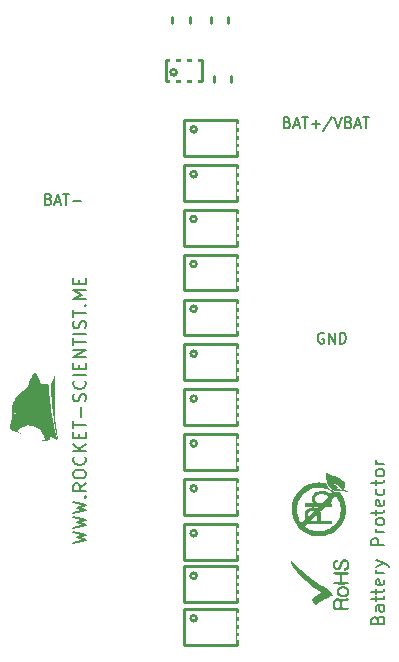
<source format=gto>
G04 (created by PCBNEW (2013-07-07 BZR 4022)-stable) date 12/4/2019 12:35:47*
%MOIN*%
G04 Gerber Fmt 3.4, Leading zero omitted, Abs format*
%FSLAX34Y34*%
G01*
G70*
G90*
G04 APERTURE LIST*
%ADD10C,0.00590551*%
%ADD11C,0.00787402*%
%ADD12C,0.00984252*%
%ADD13C,0.0001*%
%ADD14R,0.0238583X0.0435433*%
%ADD15R,0.070315X0.0403937*%
%ADD16R,0.0396063X0.0396063*%
%ADD17R,0.0494488X0.013622*%
G04 APERTURE END LIST*
G54D10*
G54D11*
X14023Y-20864D02*
X14043Y-20802D01*
X14064Y-20781D01*
X14105Y-20761D01*
X14167Y-20761D01*
X14208Y-20781D01*
X14229Y-20802D01*
X14250Y-20843D01*
X14250Y-21008D01*
X13817Y-21008D01*
X13817Y-20864D01*
X13837Y-20823D01*
X13858Y-20802D01*
X13899Y-20781D01*
X13940Y-20781D01*
X13982Y-20802D01*
X14002Y-20823D01*
X14023Y-20864D01*
X14023Y-21008D01*
X14250Y-20389D02*
X14023Y-20389D01*
X13982Y-20410D01*
X13961Y-20451D01*
X13961Y-20534D01*
X13982Y-20575D01*
X14229Y-20389D02*
X14250Y-20431D01*
X14250Y-20534D01*
X14229Y-20575D01*
X14188Y-20596D01*
X14146Y-20596D01*
X14105Y-20575D01*
X14085Y-20534D01*
X14085Y-20431D01*
X14064Y-20389D01*
X13961Y-20245D02*
X13961Y-20080D01*
X13817Y-20183D02*
X14188Y-20183D01*
X14229Y-20163D01*
X14250Y-20121D01*
X14250Y-20080D01*
X13961Y-19998D02*
X13961Y-19833D01*
X13817Y-19936D02*
X14188Y-19936D01*
X14229Y-19915D01*
X14250Y-19874D01*
X14250Y-19833D01*
X14229Y-19523D02*
X14250Y-19565D01*
X14250Y-19647D01*
X14229Y-19688D01*
X14188Y-19709D01*
X14023Y-19709D01*
X13982Y-19688D01*
X13961Y-19647D01*
X13961Y-19565D01*
X13982Y-19523D01*
X14023Y-19503D01*
X14064Y-19503D01*
X14105Y-19709D01*
X14250Y-19317D02*
X13961Y-19317D01*
X14043Y-19317D02*
X14002Y-19296D01*
X13982Y-19276D01*
X13961Y-19235D01*
X13961Y-19193D01*
X13961Y-19090D02*
X14250Y-18987D01*
X13961Y-18884D02*
X14250Y-18987D01*
X14353Y-19028D01*
X14373Y-19049D01*
X14394Y-19090D01*
X14250Y-18389D02*
X13817Y-18389D01*
X13817Y-18224D01*
X13837Y-18183D01*
X13858Y-18162D01*
X13899Y-18142D01*
X13961Y-18142D01*
X14002Y-18162D01*
X14023Y-18183D01*
X14043Y-18224D01*
X14043Y-18389D01*
X14250Y-17956D02*
X13961Y-17956D01*
X14043Y-17956D02*
X14002Y-17935D01*
X13982Y-17915D01*
X13961Y-17874D01*
X13961Y-17832D01*
X14250Y-17626D02*
X14229Y-17667D01*
X14208Y-17688D01*
X14167Y-17709D01*
X14043Y-17709D01*
X14002Y-17688D01*
X13982Y-17667D01*
X13961Y-17626D01*
X13961Y-17564D01*
X13982Y-17523D01*
X14002Y-17502D01*
X14043Y-17482D01*
X14167Y-17482D01*
X14208Y-17502D01*
X14229Y-17523D01*
X14250Y-17564D01*
X14250Y-17626D01*
X13961Y-17358D02*
X13961Y-17193D01*
X13817Y-17296D02*
X14188Y-17296D01*
X14229Y-17275D01*
X14250Y-17234D01*
X14250Y-17193D01*
X14229Y-16884D02*
X14250Y-16925D01*
X14250Y-17007D01*
X14229Y-17049D01*
X14188Y-17069D01*
X14023Y-17069D01*
X13982Y-17049D01*
X13961Y-17007D01*
X13961Y-16925D01*
X13982Y-16884D01*
X14023Y-16863D01*
X14064Y-16863D01*
X14105Y-17069D01*
X14229Y-16492D02*
X14250Y-16533D01*
X14250Y-16616D01*
X14229Y-16657D01*
X14208Y-16677D01*
X14167Y-16698D01*
X14043Y-16698D01*
X14002Y-16677D01*
X13982Y-16657D01*
X13961Y-16616D01*
X13961Y-16533D01*
X13982Y-16492D01*
X13961Y-16368D02*
X13961Y-16203D01*
X13817Y-16306D02*
X14188Y-16306D01*
X14229Y-16286D01*
X14250Y-16244D01*
X14250Y-16203D01*
X14250Y-15997D02*
X14229Y-16038D01*
X14208Y-16059D01*
X14167Y-16079D01*
X14043Y-16079D01*
X14002Y-16059D01*
X13982Y-16038D01*
X13961Y-15997D01*
X13961Y-15935D01*
X13982Y-15894D01*
X14002Y-15873D01*
X14043Y-15853D01*
X14167Y-15853D01*
X14208Y-15873D01*
X14229Y-15894D01*
X14250Y-15935D01*
X14250Y-15997D01*
X14250Y-15667D02*
X13961Y-15667D01*
X14043Y-15667D02*
X14002Y-15646D01*
X13982Y-15626D01*
X13961Y-15584D01*
X13961Y-15543D01*
X3062Y-6847D02*
X3113Y-6864D01*
X3129Y-6881D01*
X3146Y-6915D01*
X3146Y-6965D01*
X3129Y-6999D01*
X3113Y-7016D01*
X3079Y-7033D01*
X2944Y-7033D01*
X2944Y-6678D01*
X3062Y-6678D01*
X3096Y-6695D01*
X3113Y-6712D01*
X3129Y-6746D01*
X3129Y-6780D01*
X3113Y-6813D01*
X3096Y-6830D01*
X3062Y-6847D01*
X2944Y-6847D01*
X3281Y-6931D02*
X3450Y-6931D01*
X3248Y-7033D02*
X3366Y-6678D01*
X3484Y-7033D01*
X3551Y-6678D02*
X3754Y-6678D01*
X3652Y-7033D02*
X3652Y-6678D01*
X3872Y-6898D02*
X4142Y-6898D01*
X11020Y-4288D02*
X11071Y-4305D01*
X11088Y-4322D01*
X11105Y-4356D01*
X11105Y-4406D01*
X11088Y-4440D01*
X11071Y-4457D01*
X11037Y-4474D01*
X10902Y-4474D01*
X10902Y-4119D01*
X11020Y-4119D01*
X11054Y-4136D01*
X11071Y-4153D01*
X11088Y-4187D01*
X11088Y-4221D01*
X11071Y-4254D01*
X11054Y-4271D01*
X11020Y-4288D01*
X10902Y-4288D01*
X11240Y-4372D02*
X11408Y-4372D01*
X11206Y-4474D02*
X11324Y-4119D01*
X11442Y-4474D01*
X11510Y-4119D02*
X11712Y-4119D01*
X11611Y-4474D02*
X11611Y-4119D01*
X11830Y-4339D02*
X12100Y-4339D01*
X11965Y-4474D02*
X11965Y-4204D01*
X12522Y-4102D02*
X12218Y-4558D01*
X12589Y-4119D02*
X12708Y-4474D01*
X12826Y-4119D01*
X13062Y-4288D02*
X13113Y-4305D01*
X13129Y-4322D01*
X13146Y-4356D01*
X13146Y-4406D01*
X13129Y-4440D01*
X13113Y-4457D01*
X13079Y-4474D01*
X12944Y-4474D01*
X12944Y-4119D01*
X13062Y-4119D01*
X13096Y-4136D01*
X13113Y-4153D01*
X13129Y-4187D01*
X13129Y-4221D01*
X13113Y-4254D01*
X13096Y-4271D01*
X13062Y-4288D01*
X12944Y-4288D01*
X13281Y-4372D02*
X13450Y-4372D01*
X13248Y-4474D02*
X13366Y-4119D01*
X13484Y-4474D01*
X13551Y-4119D02*
X13754Y-4119D01*
X13652Y-4474D02*
X13652Y-4119D01*
X3876Y-18301D02*
X4309Y-18198D01*
X3999Y-18115D01*
X4309Y-18033D01*
X3876Y-17930D01*
X3876Y-17806D02*
X4309Y-17703D01*
X3999Y-17620D01*
X4309Y-17538D01*
X3876Y-17435D01*
X3876Y-17311D02*
X4309Y-17208D01*
X3999Y-17125D01*
X4309Y-17043D01*
X3876Y-16940D01*
X4267Y-16775D02*
X4288Y-16754D01*
X4309Y-16775D01*
X4288Y-16796D01*
X4267Y-16775D01*
X4309Y-16775D01*
X4309Y-16321D02*
X4102Y-16466D01*
X4309Y-16569D02*
X3876Y-16569D01*
X3876Y-16404D01*
X3896Y-16362D01*
X3917Y-16342D01*
X3958Y-16321D01*
X4020Y-16321D01*
X4061Y-16342D01*
X4082Y-16362D01*
X4102Y-16404D01*
X4102Y-16569D01*
X3876Y-16053D02*
X3876Y-15971D01*
X3896Y-15929D01*
X3937Y-15888D01*
X4020Y-15868D01*
X4164Y-15868D01*
X4247Y-15888D01*
X4288Y-15929D01*
X4309Y-15971D01*
X4309Y-16053D01*
X4288Y-16094D01*
X4247Y-16136D01*
X4164Y-16156D01*
X4020Y-16156D01*
X3937Y-16136D01*
X3896Y-16094D01*
X3876Y-16053D01*
X4267Y-15434D02*
X4288Y-15455D01*
X4309Y-15517D01*
X4309Y-15558D01*
X4288Y-15620D01*
X4247Y-15661D01*
X4206Y-15682D01*
X4123Y-15703D01*
X4061Y-15703D01*
X3979Y-15682D01*
X3937Y-15661D01*
X3896Y-15620D01*
X3876Y-15558D01*
X3876Y-15517D01*
X3896Y-15455D01*
X3917Y-15434D01*
X4309Y-15249D02*
X3876Y-15249D01*
X4309Y-15001D02*
X4061Y-15187D01*
X3876Y-15001D02*
X4123Y-15249D01*
X4082Y-14816D02*
X4082Y-14671D01*
X4309Y-14610D02*
X4309Y-14816D01*
X3876Y-14816D01*
X3876Y-14610D01*
X3876Y-14486D02*
X3876Y-14238D01*
X4309Y-14362D02*
X3876Y-14362D01*
X4144Y-14094D02*
X4144Y-13764D01*
X4288Y-13578D02*
X4309Y-13517D01*
X4309Y-13413D01*
X4288Y-13372D01*
X4267Y-13352D01*
X4226Y-13331D01*
X4185Y-13331D01*
X4144Y-13352D01*
X4123Y-13372D01*
X4102Y-13413D01*
X4082Y-13496D01*
X4061Y-13537D01*
X4041Y-13558D01*
X3999Y-13578D01*
X3958Y-13578D01*
X3917Y-13558D01*
X3896Y-13537D01*
X3876Y-13496D01*
X3876Y-13393D01*
X3896Y-13331D01*
X4267Y-12898D02*
X4288Y-12919D01*
X4309Y-12980D01*
X4309Y-13022D01*
X4288Y-13083D01*
X4247Y-13125D01*
X4206Y-13145D01*
X4123Y-13166D01*
X4061Y-13166D01*
X3979Y-13145D01*
X3937Y-13125D01*
X3896Y-13083D01*
X3876Y-13022D01*
X3876Y-12980D01*
X3896Y-12919D01*
X3917Y-12898D01*
X4309Y-12712D02*
X3876Y-12712D01*
X4082Y-12506D02*
X4082Y-12362D01*
X4309Y-12300D02*
X4309Y-12506D01*
X3876Y-12506D01*
X3876Y-12300D01*
X4309Y-12114D02*
X3876Y-12114D01*
X4309Y-11867D01*
X3876Y-11867D01*
X3876Y-11722D02*
X3876Y-11475D01*
X4309Y-11599D02*
X3876Y-11599D01*
X4309Y-11331D02*
X3876Y-11331D01*
X4288Y-11145D02*
X4309Y-11083D01*
X4309Y-10980D01*
X4288Y-10939D01*
X4267Y-10918D01*
X4226Y-10898D01*
X4185Y-10898D01*
X4144Y-10918D01*
X4123Y-10939D01*
X4102Y-10980D01*
X4082Y-11062D01*
X4061Y-11104D01*
X4041Y-11124D01*
X3999Y-11145D01*
X3958Y-11145D01*
X3917Y-11124D01*
X3896Y-11104D01*
X3876Y-11062D01*
X3876Y-10959D01*
X3896Y-10898D01*
X3876Y-10774D02*
X3876Y-10526D01*
X4309Y-10650D02*
X3876Y-10650D01*
X4267Y-10382D02*
X4288Y-10361D01*
X4309Y-10382D01*
X4288Y-10403D01*
X4267Y-10382D01*
X4309Y-10382D01*
X4309Y-10176D02*
X3876Y-10176D01*
X4185Y-10031D01*
X3876Y-9887D01*
X4309Y-9887D01*
X4082Y-9681D02*
X4082Y-9536D01*
X4309Y-9475D02*
X4309Y-9681D01*
X3876Y-9681D01*
X3876Y-9475D01*
X12230Y-11321D02*
X12196Y-11304D01*
X12145Y-11304D01*
X12095Y-11321D01*
X12061Y-11355D01*
X12044Y-11389D01*
X12027Y-11456D01*
X12027Y-11507D01*
X12044Y-11574D01*
X12061Y-11608D01*
X12095Y-11642D01*
X12145Y-11659D01*
X12179Y-11659D01*
X12230Y-11642D01*
X12246Y-11625D01*
X12246Y-11507D01*
X12179Y-11507D01*
X12398Y-11659D02*
X12398Y-11304D01*
X12601Y-11659D01*
X12601Y-11304D01*
X12769Y-11659D02*
X12769Y-11304D01*
X12854Y-11304D01*
X12904Y-11321D01*
X12938Y-11355D01*
X12955Y-11389D01*
X12972Y-11456D01*
X12972Y-11507D01*
X12955Y-11574D01*
X12938Y-11608D01*
X12904Y-11642D01*
X12854Y-11659D01*
X12769Y-11659D01*
G54D12*
X7322Y-2618D02*
G75*
G03X7322Y-2618I-98J0D01*
G74*
G01*
X8179Y-2214D02*
X8179Y-2903D01*
X8179Y-2903D02*
X6978Y-2903D01*
X6978Y-2903D02*
X6978Y-2214D01*
X6978Y-2214D02*
X8179Y-2214D01*
G54D13*
G36*
X12862Y-19751D02*
X12887Y-19752D01*
X12911Y-19753D01*
X12932Y-19755D01*
X12946Y-19758D01*
X12979Y-19770D01*
X13007Y-19785D01*
X13032Y-19804D01*
X13046Y-19820D01*
X12878Y-19820D01*
X12849Y-19822D01*
X12822Y-19828D01*
X12802Y-19836D01*
X12779Y-19849D01*
X12762Y-19864D01*
X12750Y-19882D01*
X12743Y-19901D01*
X12738Y-19925D01*
X12739Y-19947D01*
X12745Y-19968D01*
X12756Y-19987D01*
X12759Y-19990D01*
X12773Y-20004D01*
X12790Y-20014D01*
X12810Y-20022D01*
X12835Y-20028D01*
X12854Y-20031D01*
X12886Y-20032D01*
X12915Y-20029D01*
X12942Y-20021D01*
X12965Y-20010D01*
X12985Y-19994D01*
X12997Y-19979D01*
X13008Y-19958D01*
X13014Y-19936D01*
X13013Y-19914D01*
X13007Y-19891D01*
X13005Y-19885D01*
X12995Y-19869D01*
X12981Y-19853D01*
X12964Y-19840D01*
X12957Y-19836D01*
X12933Y-19827D01*
X12906Y-19821D01*
X12878Y-19820D01*
X13046Y-19820D01*
X13052Y-19826D01*
X13067Y-19851D01*
X13076Y-19873D01*
X13079Y-19891D01*
X13081Y-19910D01*
X13082Y-19930D01*
X13081Y-19946D01*
X13073Y-19981D01*
X13061Y-20011D01*
X13045Y-20038D01*
X13025Y-20059D01*
X13001Y-20077D01*
X12973Y-20090D01*
X12959Y-20094D01*
X12947Y-20097D01*
X12931Y-20098D01*
X12911Y-20100D01*
X12889Y-20100D01*
X12867Y-20100D01*
X12845Y-20100D01*
X12824Y-20099D01*
X12808Y-20097D01*
X12795Y-20095D01*
X12794Y-20094D01*
X12763Y-20083D01*
X12737Y-20068D01*
X12715Y-20050D01*
X12697Y-20027D01*
X12684Y-20001D01*
X12680Y-19989D01*
X12677Y-19974D01*
X12675Y-19954D01*
X12674Y-19933D01*
X12674Y-19912D01*
X12675Y-19892D01*
X12677Y-19883D01*
X12686Y-19852D01*
X12700Y-19826D01*
X12718Y-19803D01*
X12740Y-19784D01*
X12767Y-19769D01*
X12798Y-19758D01*
X12816Y-19755D01*
X12838Y-19753D01*
X12862Y-19751D01*
X12862Y-19751D01*
X12862Y-19751D01*
G37*
G36*
X12918Y-18844D02*
X12944Y-18845D01*
X12963Y-18848D01*
X12991Y-18857D01*
X13016Y-18870D01*
X13037Y-18888D01*
X13055Y-18911D01*
X13068Y-18937D01*
X13078Y-18967D01*
X13079Y-18971D01*
X13081Y-18984D01*
X13082Y-19001D01*
X13083Y-19021D01*
X13083Y-19040D01*
X13082Y-19058D01*
X13081Y-19072D01*
X13081Y-19072D01*
X13074Y-19104D01*
X13063Y-19133D01*
X13047Y-19159D01*
X13027Y-19181D01*
X13004Y-19200D01*
X12977Y-19213D01*
X12958Y-19220D01*
X12937Y-19224D01*
X12919Y-19224D01*
X12906Y-19220D01*
X12897Y-19212D01*
X12892Y-19201D01*
X12891Y-19193D01*
X12894Y-19179D01*
X12902Y-19167D01*
X12916Y-19156D01*
X12936Y-19146D01*
X12939Y-19144D01*
X12962Y-19133D01*
X12979Y-19120D01*
X12993Y-19103D01*
X12998Y-19094D01*
X13005Y-19073D01*
X13010Y-19051D01*
X13012Y-19028D01*
X13011Y-19004D01*
X13007Y-18982D01*
X13000Y-18963D01*
X12991Y-18946D01*
X12984Y-18938D01*
X12972Y-18929D01*
X12959Y-18923D01*
X12943Y-18919D01*
X12938Y-18919D01*
X12922Y-18918D01*
X12909Y-18918D01*
X12897Y-18922D01*
X12887Y-18928D01*
X12877Y-18937D01*
X12868Y-18951D01*
X12860Y-18968D01*
X12851Y-18990D01*
X12841Y-19017D01*
X12834Y-19041D01*
X12824Y-19072D01*
X12816Y-19097D01*
X12808Y-19118D01*
X12801Y-19136D01*
X12794Y-19150D01*
X12787Y-19161D01*
X12779Y-19171D01*
X12770Y-19179D01*
X12760Y-19187D01*
X12757Y-19189D01*
X12736Y-19201D01*
X12711Y-19208D01*
X12685Y-19212D01*
X12658Y-19212D01*
X12639Y-19208D01*
X12614Y-19199D01*
X12592Y-19184D01*
X12572Y-19166D01*
X12556Y-19143D01*
X12544Y-19117D01*
X12534Y-19088D01*
X12530Y-19057D01*
X12529Y-19024D01*
X12533Y-18991D01*
X12539Y-18963D01*
X12549Y-18938D01*
X12564Y-18916D01*
X12578Y-18899D01*
X12595Y-18885D01*
X12612Y-18874D01*
X12631Y-18865D01*
X12650Y-18859D01*
X12667Y-18856D01*
X12683Y-18857D01*
X12696Y-18861D01*
X12701Y-18866D01*
X12707Y-18875D01*
X12709Y-18887D01*
X12707Y-18900D01*
X12702Y-18911D01*
X12694Y-18921D01*
X12682Y-18929D01*
X12670Y-18932D01*
X12669Y-18932D01*
X12655Y-18935D01*
X12641Y-18943D01*
X12629Y-18955D01*
X12619Y-18971D01*
X12610Y-18990D01*
X12604Y-19010D01*
X12601Y-19032D01*
X12601Y-19053D01*
X12602Y-19064D01*
X12607Y-19086D01*
X12616Y-19104D01*
X12629Y-19119D01*
X12630Y-19121D01*
X12646Y-19132D01*
X12663Y-19137D01*
X12681Y-19137D01*
X12699Y-19131D01*
X12704Y-19128D01*
X12716Y-19120D01*
X12726Y-19110D01*
X12734Y-19097D01*
X12742Y-19081D01*
X12749Y-19060D01*
X12753Y-19047D01*
X12764Y-19006D01*
X12776Y-18971D01*
X12787Y-18941D01*
X12799Y-18916D01*
X12810Y-18896D01*
X12823Y-18880D01*
X12836Y-18867D01*
X12850Y-18858D01*
X12870Y-18851D01*
X12893Y-18846D01*
X12918Y-18844D01*
X12918Y-18844D01*
X12918Y-18844D01*
G37*
G36*
X12694Y-20145D02*
X12722Y-20147D01*
X12747Y-20153D01*
X12770Y-20164D01*
X12790Y-20180D01*
X12795Y-20185D01*
X12812Y-20202D01*
X12830Y-20189D01*
X12839Y-20181D01*
X12848Y-20176D01*
X12855Y-20172D01*
X12855Y-20172D01*
X12860Y-20171D01*
X12871Y-20169D01*
X12885Y-20168D01*
X12902Y-20165D01*
X12922Y-20163D01*
X12942Y-20161D01*
X12963Y-20158D01*
X12983Y-20156D01*
X13002Y-20154D01*
X13017Y-20153D01*
X13030Y-20152D01*
X13037Y-20152D01*
X13037Y-20152D01*
X13053Y-20154D01*
X13065Y-20160D01*
X13072Y-20169D01*
X13074Y-20181D01*
X13072Y-20194D01*
X13067Y-20203D01*
X13061Y-20211D01*
X13051Y-20217D01*
X13038Y-20222D01*
X13034Y-20223D01*
X12706Y-20223D01*
X12696Y-20223D01*
X12689Y-20223D01*
X12669Y-20226D01*
X12653Y-20231D01*
X12640Y-20240D01*
X12632Y-20247D01*
X12627Y-20255D01*
X12622Y-20263D01*
X12619Y-20273D01*
X12616Y-20287D01*
X12614Y-20306D01*
X12614Y-20307D01*
X12613Y-20318D01*
X12612Y-20332D01*
X12612Y-20349D01*
X12612Y-20367D01*
X12612Y-20386D01*
X12612Y-20404D01*
X12612Y-20420D01*
X12613Y-20434D01*
X12614Y-20443D01*
X12615Y-20447D01*
X12617Y-20450D01*
X12621Y-20452D01*
X12627Y-20454D01*
X12637Y-20455D01*
X12650Y-20456D01*
X12669Y-20457D01*
X12670Y-20457D01*
X12685Y-20458D01*
X12702Y-20458D01*
X12719Y-20457D01*
X12736Y-20456D01*
X12751Y-20455D01*
X12764Y-20453D01*
X12772Y-20452D01*
X12774Y-20451D01*
X12775Y-20447D01*
X12776Y-20439D01*
X12776Y-20427D01*
X12776Y-20411D01*
X12775Y-20393D01*
X12775Y-20375D01*
X12774Y-20356D01*
X12773Y-20337D01*
X12772Y-20320D01*
X12771Y-20306D01*
X12770Y-20299D01*
X12766Y-20276D01*
X12759Y-20258D01*
X12759Y-20258D01*
X12754Y-20249D01*
X12749Y-20242D01*
X12741Y-20237D01*
X12732Y-20232D01*
X12722Y-20227D01*
X12714Y-20224D01*
X12706Y-20223D01*
X13034Y-20223D01*
X13021Y-20226D01*
X12998Y-20230D01*
X12995Y-20230D01*
X12977Y-20232D01*
X12957Y-20235D01*
X12937Y-20238D01*
X12928Y-20239D01*
X12907Y-20242D01*
X12891Y-20247D01*
X12880Y-20251D01*
X12870Y-20257D01*
X12862Y-20264D01*
X12856Y-20273D01*
X12852Y-20284D01*
X12849Y-20300D01*
X12847Y-20320D01*
X12847Y-20326D01*
X12846Y-20343D01*
X12845Y-20361D01*
X12845Y-20380D01*
X12845Y-20399D01*
X12846Y-20416D01*
X12846Y-20430D01*
X12848Y-20440D01*
X12849Y-20445D01*
X12850Y-20448D01*
X12853Y-20451D01*
X12856Y-20453D01*
X12862Y-20454D01*
X12870Y-20455D01*
X12882Y-20456D01*
X12897Y-20457D01*
X12916Y-20458D01*
X12941Y-20458D01*
X12960Y-20459D01*
X12987Y-20459D01*
X13009Y-20459D01*
X13027Y-20460D01*
X13040Y-20461D01*
X13050Y-20462D01*
X13057Y-20463D01*
X13062Y-20466D01*
X13065Y-20468D01*
X13068Y-20472D01*
X13070Y-20476D01*
X13070Y-20478D01*
X13074Y-20489D01*
X13073Y-20499D01*
X13070Y-20507D01*
X13069Y-20510D01*
X13068Y-20513D01*
X13067Y-20515D01*
X13065Y-20518D01*
X13062Y-20519D01*
X13058Y-20521D01*
X13052Y-20522D01*
X13044Y-20523D01*
X13034Y-20524D01*
X13021Y-20524D01*
X13004Y-20524D01*
X12985Y-20525D01*
X12961Y-20525D01*
X12933Y-20525D01*
X12900Y-20525D01*
X12862Y-20525D01*
X12819Y-20525D01*
X12803Y-20525D01*
X12759Y-20524D01*
X12720Y-20524D01*
X12686Y-20524D01*
X12657Y-20524D01*
X12632Y-20524D01*
X12612Y-20524D01*
X12595Y-20524D01*
X12581Y-20523D01*
X12571Y-20523D01*
X12562Y-20522D01*
X12556Y-20522D01*
X12552Y-20521D01*
X12550Y-20521D01*
X12548Y-20520D01*
X12547Y-20519D01*
X12547Y-20519D01*
X12546Y-20516D01*
X12545Y-20511D01*
X12544Y-20502D01*
X12544Y-20490D01*
X12543Y-20474D01*
X12543Y-20454D01*
X12543Y-20428D01*
X12543Y-20407D01*
X12543Y-20372D01*
X12543Y-20343D01*
X12544Y-20318D01*
X12545Y-20298D01*
X12546Y-20280D01*
X12547Y-20266D01*
X12549Y-20255D01*
X12551Y-20244D01*
X12554Y-20236D01*
X12557Y-20227D01*
X12559Y-20223D01*
X12574Y-20200D01*
X12593Y-20180D01*
X12616Y-20164D01*
X12642Y-20153D01*
X12670Y-20146D01*
X12694Y-20145D01*
X12694Y-20145D01*
X12694Y-20145D01*
G37*
G36*
X12851Y-19284D02*
X12890Y-19284D01*
X12925Y-19284D01*
X12954Y-19285D01*
X12979Y-19285D01*
X13000Y-19286D01*
X13018Y-19288D01*
X13032Y-19289D01*
X13044Y-19291D01*
X13052Y-19293D01*
X13059Y-19296D01*
X13064Y-19299D01*
X13068Y-19303D01*
X13071Y-19307D01*
X13071Y-19308D01*
X13073Y-19318D01*
X13071Y-19330D01*
X13067Y-19341D01*
X13062Y-19347D01*
X13058Y-19350D01*
X13054Y-19353D01*
X13048Y-19355D01*
X13039Y-19357D01*
X13028Y-19358D01*
X13014Y-19359D01*
X12995Y-19360D01*
X12972Y-19361D01*
X12944Y-19361D01*
X12929Y-19362D01*
X12836Y-19364D01*
X12834Y-19376D01*
X12834Y-19382D01*
X12833Y-19393D01*
X12833Y-19408D01*
X12833Y-19427D01*
X12832Y-19449D01*
X12832Y-19473D01*
X12832Y-19499D01*
X12832Y-19502D01*
X12831Y-19617D01*
X12933Y-19618D01*
X12963Y-19618D01*
X12987Y-19619D01*
X13008Y-19619D01*
X13023Y-19620D01*
X13036Y-19621D01*
X13046Y-19623D01*
X13053Y-19625D01*
X13059Y-19627D01*
X13063Y-19630D01*
X13067Y-19634D01*
X13073Y-19643D01*
X13074Y-19654D01*
X13071Y-19667D01*
X13069Y-19673D01*
X13062Y-19680D01*
X13055Y-19685D01*
X13055Y-19686D01*
X13050Y-19687D01*
X13040Y-19687D01*
X13026Y-19688D01*
X13007Y-19688D01*
X12984Y-19689D01*
X12958Y-19689D01*
X12930Y-19689D01*
X12900Y-19690D01*
X12867Y-19690D01*
X12834Y-19690D01*
X12801Y-19690D01*
X12767Y-19690D01*
X12734Y-19690D01*
X12702Y-19689D01*
X12671Y-19689D01*
X12643Y-19689D01*
X12617Y-19688D01*
X12595Y-19688D01*
X12576Y-19687D01*
X12562Y-19687D01*
X12552Y-19686D01*
X12548Y-19685D01*
X12548Y-19685D01*
X12545Y-19680D01*
X12544Y-19671D01*
X12543Y-19660D01*
X12543Y-19648D01*
X12543Y-19636D01*
X12545Y-19628D01*
X12547Y-19624D01*
X12551Y-19623D01*
X12560Y-19621D01*
X12575Y-19620D01*
X12594Y-19619D01*
X12618Y-19618D01*
X12646Y-19617D01*
X12646Y-19617D01*
X12670Y-19616D01*
X12692Y-19616D01*
X12711Y-19615D01*
X12728Y-19614D01*
X12740Y-19613D01*
X12748Y-19613D01*
X12750Y-19612D01*
X12754Y-19611D01*
X12756Y-19609D01*
X12758Y-19603D01*
X12759Y-19594D01*
X12760Y-19588D01*
X12760Y-19575D01*
X12761Y-19559D01*
X12761Y-19539D01*
X12761Y-19517D01*
X12761Y-19495D01*
X12761Y-19472D01*
X12760Y-19449D01*
X12759Y-19428D01*
X12759Y-19408D01*
X12758Y-19392D01*
X12757Y-19379D01*
X12755Y-19370D01*
X12754Y-19367D01*
X12750Y-19365D01*
X12741Y-19364D01*
X12726Y-19363D01*
X12708Y-19361D01*
X12686Y-19360D01*
X12660Y-19359D01*
X12637Y-19358D01*
X12612Y-19357D01*
X12591Y-19355D01*
X12576Y-19354D01*
X12564Y-19352D01*
X12555Y-19350D01*
X12549Y-19347D01*
X12545Y-19343D01*
X12543Y-19338D01*
X12543Y-19338D01*
X12540Y-19323D01*
X12542Y-19310D01*
X12549Y-19300D01*
X12560Y-19293D01*
X12566Y-19291D01*
X12575Y-19290D01*
X12587Y-19288D01*
X12603Y-19287D01*
X12622Y-19286D01*
X12645Y-19285D01*
X12673Y-19284D01*
X12705Y-19284D01*
X12743Y-19284D01*
X12785Y-19284D01*
X12806Y-19284D01*
X12851Y-19284D01*
X12851Y-19284D01*
X12851Y-19284D01*
G37*
G36*
X11158Y-18908D02*
X11166Y-18910D01*
X11173Y-18913D01*
X11176Y-18916D01*
X11183Y-18923D01*
X11194Y-18933D01*
X11208Y-18946D01*
X11224Y-18962D01*
X11243Y-18981D01*
X11263Y-19001D01*
X11285Y-19023D01*
X11309Y-19046D01*
X11316Y-19053D01*
X11364Y-19100D01*
X11408Y-19143D01*
X11449Y-19183D01*
X11488Y-19219D01*
X11526Y-19254D01*
X11562Y-19287D01*
X11598Y-19318D01*
X11634Y-19349D01*
X11671Y-19379D01*
X11709Y-19410D01*
X11713Y-19414D01*
X11796Y-19478D01*
X11877Y-19538D01*
X11957Y-19593D01*
X12036Y-19645D01*
X12116Y-19694D01*
X12198Y-19739D01*
X12281Y-19783D01*
X12310Y-19797D01*
X12374Y-19828D01*
X12422Y-19890D01*
X12446Y-19921D01*
X12467Y-19947D01*
X12485Y-19970D01*
X12499Y-19989D01*
X12510Y-20004D01*
X12519Y-20016D01*
X12525Y-20025D01*
X12528Y-20031D01*
X12528Y-20031D01*
X12532Y-20041D01*
X12534Y-20050D01*
X12533Y-20056D01*
X12532Y-20058D01*
X12529Y-20060D01*
X12521Y-20063D01*
X12509Y-20068D01*
X12495Y-20073D01*
X12482Y-20078D01*
X12422Y-20104D01*
X12364Y-20130D01*
X12308Y-20157D01*
X12254Y-20184D01*
X12204Y-20211D01*
X12157Y-20237D01*
X12116Y-20264D01*
X12079Y-20289D01*
X12072Y-20294D01*
X12048Y-20314D01*
X12022Y-20338D01*
X11996Y-20365D01*
X11984Y-20377D01*
X11974Y-20388D01*
X11942Y-20353D01*
X11919Y-20326D01*
X11899Y-20302D01*
X11883Y-20281D01*
X11871Y-20262D01*
X11863Y-20245D01*
X11857Y-20228D01*
X11853Y-20213D01*
X11853Y-20204D01*
X11852Y-20192D01*
X11853Y-20183D01*
X11855Y-20174D01*
X11859Y-20164D01*
X11860Y-20162D01*
X11869Y-20148D01*
X11880Y-20133D01*
X11895Y-20118D01*
X11914Y-20102D01*
X11937Y-20086D01*
X11965Y-20068D01*
X11997Y-20049D01*
X12022Y-20035D01*
X12053Y-20018D01*
X12079Y-20003D01*
X12101Y-19991D01*
X12118Y-19981D01*
X12129Y-19973D01*
X12136Y-19969D01*
X12140Y-19964D01*
X12140Y-19961D01*
X12139Y-19958D01*
X12133Y-19953D01*
X12123Y-19945D01*
X12109Y-19934D01*
X12092Y-19920D01*
X12072Y-19905D01*
X12049Y-19888D01*
X12025Y-19871D01*
X11919Y-19793D01*
X11819Y-19716D01*
X11724Y-19639D01*
X11636Y-19562D01*
X11552Y-19486D01*
X11475Y-19410D01*
X11402Y-19333D01*
X11335Y-19257D01*
X11273Y-19180D01*
X11217Y-19103D01*
X11191Y-19065D01*
X11172Y-19037D01*
X11157Y-19012D01*
X11145Y-18992D01*
X11135Y-18975D01*
X11129Y-18961D01*
X11125Y-18950D01*
X11123Y-18941D01*
X11124Y-18934D01*
X11128Y-18927D01*
X11136Y-18919D01*
X11145Y-18913D01*
X11154Y-18909D01*
X11158Y-18908D01*
X11158Y-18908D01*
X11158Y-18908D01*
G37*
G36*
X12333Y-15962D02*
X12340Y-15965D01*
X12350Y-15970D01*
X12363Y-15978D01*
X12380Y-15989D01*
X12389Y-15996D01*
X12398Y-16001D01*
X12407Y-16007D01*
X12416Y-16011D01*
X12426Y-16016D01*
X12438Y-16021D01*
X12452Y-16026D01*
X12470Y-16033D01*
X12490Y-16039D01*
X12515Y-16048D01*
X12544Y-16057D01*
X12550Y-16059D01*
X12582Y-16069D01*
X12609Y-16078D01*
X12632Y-16087D01*
X12654Y-16095D01*
X12675Y-16104D01*
X12696Y-16113D01*
X12717Y-16123D01*
X12732Y-16130D01*
X12777Y-16153D01*
X12816Y-16178D01*
X12851Y-16202D01*
X12881Y-16227D01*
X12906Y-16253D01*
X12926Y-16278D01*
X12940Y-16304D01*
X12949Y-16330D01*
X12950Y-16333D01*
X12952Y-16351D01*
X12952Y-16369D01*
X12949Y-16388D01*
X12943Y-16409D01*
X12934Y-16433D01*
X12922Y-16460D01*
X12918Y-16468D01*
X12912Y-16482D01*
X12906Y-16494D01*
X12902Y-16504D01*
X12899Y-16511D01*
X12899Y-16513D01*
X12901Y-16517D01*
X12906Y-16522D01*
X12907Y-16522D01*
X12914Y-16527D01*
X12926Y-16533D01*
X12940Y-16540D01*
X12956Y-16548D01*
X12973Y-16556D01*
X12989Y-16563D01*
X13003Y-16569D01*
X13009Y-16571D01*
X13026Y-16579D01*
X13038Y-16586D01*
X13047Y-16592D01*
X13050Y-16598D01*
X13050Y-16598D01*
X13048Y-16602D01*
X13044Y-16608D01*
X13043Y-16608D01*
X13037Y-16613D01*
X13029Y-16615D01*
X13018Y-16614D01*
X13005Y-16611D01*
X12985Y-16603D01*
X12961Y-16592D01*
X12934Y-16576D01*
X12904Y-16558D01*
X12872Y-16536D01*
X12838Y-16511D01*
X12803Y-16484D01*
X12801Y-16483D01*
X12786Y-16470D01*
X12771Y-16458D01*
X12757Y-16446D01*
X12743Y-16434D01*
X12729Y-16421D01*
X12712Y-16406D01*
X12694Y-16389D01*
X12673Y-16369D01*
X12654Y-16352D01*
X12633Y-16332D01*
X12616Y-16316D01*
X12602Y-16303D01*
X12592Y-16294D01*
X12584Y-16287D01*
X12579Y-16282D01*
X12575Y-16280D01*
X12574Y-16280D01*
X12574Y-16280D01*
X12575Y-16283D01*
X12578Y-16290D01*
X12583Y-16300D01*
X12585Y-16304D01*
X12592Y-16318D01*
X12596Y-16329D01*
X12598Y-16337D01*
X12597Y-16343D01*
X12594Y-16349D01*
X12593Y-16350D01*
X12586Y-16356D01*
X12579Y-16357D01*
X12574Y-16358D01*
X12571Y-16360D01*
X12574Y-16363D01*
X12580Y-16366D01*
X12590Y-16368D01*
X12597Y-16369D01*
X12612Y-16370D01*
X12625Y-16374D01*
X12637Y-16381D01*
X12648Y-16391D01*
X12657Y-16402D01*
X12662Y-16410D01*
X12663Y-16416D01*
X12660Y-16420D01*
X12651Y-16423D01*
X12637Y-16425D01*
X12621Y-16426D01*
X12604Y-16427D01*
X12592Y-16428D01*
X12584Y-16429D01*
X12579Y-16430D01*
X12577Y-16432D01*
X12577Y-16434D01*
X12579Y-16439D01*
X12584Y-16443D01*
X12594Y-16446D01*
X12609Y-16448D01*
X12628Y-16450D01*
X12638Y-16450D01*
X12668Y-16453D01*
X12693Y-16455D01*
X12712Y-16459D01*
X12726Y-16463D01*
X12734Y-16468D01*
X12736Y-16474D01*
X12735Y-16478D01*
X12729Y-16481D01*
X12720Y-16484D01*
X12705Y-16486D01*
X12686Y-16489D01*
X12673Y-16492D01*
X12664Y-16496D01*
X12661Y-16499D01*
X12663Y-16503D01*
X12669Y-16507D01*
X12677Y-16510D01*
X12690Y-16513D01*
X12706Y-16516D01*
X12726Y-16518D01*
X12751Y-16520D01*
X12776Y-16522D01*
X12796Y-16525D01*
X12812Y-16528D01*
X12824Y-16534D01*
X12833Y-16540D01*
X12835Y-16541D01*
X12841Y-16550D01*
X12842Y-16559D01*
X12838Y-16568D01*
X12830Y-16575D01*
X12820Y-16579D01*
X12812Y-16580D01*
X12800Y-16581D01*
X12784Y-16582D01*
X12766Y-16582D01*
X12746Y-16581D01*
X12726Y-16581D01*
X12706Y-16579D01*
X12688Y-16578D01*
X12682Y-16577D01*
X12654Y-16574D01*
X12631Y-16569D01*
X12610Y-16564D01*
X12589Y-16558D01*
X12573Y-16551D01*
X12530Y-16530D01*
X12490Y-16504D01*
X12455Y-16475D01*
X12424Y-16442D01*
X12396Y-16405D01*
X12372Y-16364D01*
X12352Y-16319D01*
X12336Y-16269D01*
X12324Y-16216D01*
X12317Y-16176D01*
X12315Y-16151D01*
X12313Y-16126D01*
X12312Y-16100D01*
X12311Y-16073D01*
X12311Y-16048D01*
X12312Y-16025D01*
X12314Y-16004D01*
X12316Y-15987D01*
X12319Y-15974D01*
X12320Y-15972D01*
X12323Y-15966D01*
X12327Y-15963D01*
X12333Y-15962D01*
X12333Y-15962D01*
X12333Y-15962D01*
G37*
G36*
X12064Y-16289D02*
X12100Y-16289D01*
X12130Y-16290D01*
X12158Y-16291D01*
X12183Y-16293D01*
X12206Y-16296D01*
X12229Y-16299D01*
X12247Y-16303D01*
X12269Y-16307D01*
X12286Y-16311D01*
X12300Y-16316D01*
X12311Y-16321D01*
X12319Y-16328D01*
X12327Y-16337D01*
X12334Y-16349D01*
X12342Y-16364D01*
X12343Y-16367D01*
X12362Y-16401D01*
X12382Y-16430D01*
X12403Y-16457D01*
X12406Y-16461D01*
X12059Y-16461D01*
X12036Y-16461D01*
X12015Y-16462D01*
X11996Y-16463D01*
X11982Y-16464D01*
X11980Y-16464D01*
X11922Y-16474D01*
X11864Y-16489D01*
X11807Y-16509D01*
X11751Y-16533D01*
X11697Y-16562D01*
X11645Y-16595D01*
X11625Y-16610D01*
X11607Y-16624D01*
X11588Y-16641D01*
X11567Y-16661D01*
X11546Y-16681D01*
X11526Y-16702D01*
X11509Y-16721D01*
X11500Y-16731D01*
X11465Y-16779D01*
X11433Y-16830D01*
X11406Y-16883D01*
X11383Y-16937D01*
X11364Y-16993D01*
X11358Y-17016D01*
X11353Y-17039D01*
X11349Y-17059D01*
X11345Y-17077D01*
X11343Y-17095D01*
X11341Y-17113D01*
X11340Y-17134D01*
X11340Y-17157D01*
X11340Y-17185D01*
X11340Y-17189D01*
X11340Y-17214D01*
X11340Y-17233D01*
X11340Y-17249D01*
X11341Y-17262D01*
X11342Y-17273D01*
X11343Y-17284D01*
X11345Y-17295D01*
X11346Y-17303D01*
X11359Y-17362D01*
X11375Y-17418D01*
X11396Y-17471D01*
X11420Y-17523D01*
X11450Y-17575D01*
X11463Y-17595D01*
X11472Y-17607D01*
X11480Y-17618D01*
X11486Y-17626D01*
X11491Y-17631D01*
X11491Y-17631D01*
X11497Y-17634D01*
X11501Y-17634D01*
X11507Y-17631D01*
X11507Y-17631D01*
X11512Y-17628D01*
X11520Y-17621D01*
X11530Y-17612D01*
X11542Y-17601D01*
X11555Y-17589D01*
X11594Y-17552D01*
X11598Y-17450D01*
X11599Y-17412D01*
X11600Y-17379D01*
X11602Y-17350D01*
X11603Y-17326D01*
X11605Y-17306D01*
X11607Y-17288D01*
X11610Y-17273D01*
X11613Y-17261D01*
X11618Y-17250D01*
X11622Y-17240D01*
X11628Y-17231D01*
X11634Y-17221D01*
X11642Y-17212D01*
X11646Y-17208D01*
X11671Y-17182D01*
X11701Y-17160D01*
X11733Y-17143D01*
X11768Y-17131D01*
X11806Y-17123D01*
X11847Y-17120D01*
X11891Y-17121D01*
X11937Y-17127D01*
X11971Y-17135D01*
X12000Y-17141D01*
X12010Y-17134D01*
X12017Y-17128D01*
X12024Y-17121D01*
X12031Y-17113D01*
X12035Y-17106D01*
X12036Y-17103D01*
X12033Y-17101D01*
X12027Y-17099D01*
X12026Y-17099D01*
X12021Y-17098D01*
X12011Y-17098D01*
X11996Y-17097D01*
X11978Y-17097D01*
X11956Y-17096D01*
X11932Y-17095D01*
X11905Y-17095D01*
X11877Y-17094D01*
X11848Y-17093D01*
X11819Y-17093D01*
X11789Y-17092D01*
X11761Y-17092D01*
X11734Y-17092D01*
X11709Y-17092D01*
X11686Y-17092D01*
X11682Y-17092D01*
X11601Y-17091D01*
X11602Y-17039D01*
X11603Y-16986D01*
X11730Y-16984D01*
X11758Y-16984D01*
X11784Y-16983D01*
X11808Y-16983D01*
X11830Y-16982D01*
X11849Y-16982D01*
X11864Y-16981D01*
X11874Y-16980D01*
X11879Y-16980D01*
X11900Y-16978D01*
X11880Y-16956D01*
X11861Y-16932D01*
X11847Y-16907D01*
X11837Y-16880D01*
X11832Y-16850D01*
X11831Y-16826D01*
X11834Y-16789D01*
X11842Y-16755D01*
X11854Y-16723D01*
X11871Y-16693D01*
X11893Y-16667D01*
X11919Y-16643D01*
X11950Y-16622D01*
X11985Y-16605D01*
X12024Y-16590D01*
X12067Y-16579D01*
X12085Y-16576D01*
X12131Y-16570D01*
X12176Y-16569D01*
X12220Y-16571D01*
X12263Y-16577D01*
X12305Y-16586D01*
X12343Y-16599D01*
X12378Y-16616D01*
X12410Y-16635D01*
X12420Y-16643D01*
X12434Y-16654D01*
X12444Y-16663D01*
X12451Y-16668D01*
X12456Y-16671D01*
X12460Y-16673D01*
X12462Y-16674D01*
X12465Y-16673D01*
X12466Y-16673D01*
X12472Y-16670D01*
X12480Y-16664D01*
X12489Y-16656D01*
X12498Y-16647D01*
X12506Y-16638D01*
X12512Y-16630D01*
X12515Y-16624D01*
X12515Y-16623D01*
X12513Y-16617D01*
X12507Y-16609D01*
X12502Y-16605D01*
X12489Y-16594D01*
X12473Y-16582D01*
X12453Y-16569D01*
X12433Y-16556D01*
X12412Y-16545D01*
X12396Y-16537D01*
X12344Y-16514D01*
X12288Y-16495D01*
X12229Y-16480D01*
X12168Y-16468D01*
X12135Y-16464D01*
X12121Y-16463D01*
X12102Y-16462D01*
X12081Y-16461D01*
X12059Y-16461D01*
X12406Y-16461D01*
X12421Y-16477D01*
X12453Y-16507D01*
X12489Y-16534D01*
X12528Y-16556D01*
X12570Y-16575D01*
X12616Y-16590D01*
X12666Y-16602D01*
X12720Y-16610D01*
X12725Y-16611D01*
X12740Y-16612D01*
X12752Y-16614D01*
X12762Y-16615D01*
X12767Y-16615D01*
X12768Y-16615D01*
X12771Y-16617D01*
X12776Y-16624D01*
X12784Y-16633D01*
X12794Y-16646D01*
X12804Y-16660D01*
X12815Y-16676D01*
X12818Y-16680D01*
X12155Y-16680D01*
X12121Y-16681D01*
X12088Y-16685D01*
X12058Y-16691D01*
X12045Y-16695D01*
X12016Y-16707D01*
X11991Y-16722D01*
X11970Y-16740D01*
X11953Y-16760D01*
X11941Y-16782D01*
X11933Y-16805D01*
X11930Y-16829D01*
X11932Y-16854D01*
X11939Y-16879D01*
X11946Y-16894D01*
X11955Y-16907D01*
X11967Y-16922D01*
X11982Y-16937D01*
X11998Y-16950D01*
X12014Y-16960D01*
X12019Y-16963D01*
X12046Y-16974D01*
X12076Y-16983D01*
X12109Y-16988D01*
X12124Y-16989D01*
X12155Y-16991D01*
X12245Y-16900D01*
X12265Y-16880D01*
X12284Y-16860D01*
X12302Y-16841D01*
X12319Y-16824D01*
X12334Y-16809D01*
X12346Y-16796D01*
X12356Y-16786D01*
X12360Y-16781D01*
X12370Y-16770D01*
X12377Y-16761D01*
X12380Y-16754D01*
X12380Y-16749D01*
X12376Y-16744D01*
X12369Y-16737D01*
X12363Y-16732D01*
X12342Y-16719D01*
X12317Y-16707D01*
X12289Y-16697D01*
X12257Y-16690D01*
X12224Y-16684D01*
X12189Y-16681D01*
X12155Y-16680D01*
X12818Y-16680D01*
X12826Y-16692D01*
X12833Y-16703D01*
X12841Y-16716D01*
X12850Y-16732D01*
X12854Y-16741D01*
X12634Y-16741D01*
X12629Y-16743D01*
X12621Y-16749D01*
X12611Y-16757D01*
X12599Y-16769D01*
X12586Y-16781D01*
X12572Y-16795D01*
X12558Y-16810D01*
X12548Y-16822D01*
X12536Y-16835D01*
X12528Y-16846D01*
X12522Y-16854D01*
X12518Y-16860D01*
X12515Y-16867D01*
X12513Y-16874D01*
X12512Y-16877D01*
X12508Y-16892D01*
X12500Y-16909D01*
X12490Y-16927D01*
X12478Y-16945D01*
X12466Y-16961D01*
X12458Y-16971D01*
X12452Y-16978D01*
X12449Y-16984D01*
X12448Y-16985D01*
X12450Y-16987D01*
X12456Y-16989D01*
X12467Y-16991D01*
X12481Y-16992D01*
X12498Y-16994D01*
X12498Y-17042D01*
X12498Y-17091D01*
X12418Y-17092D01*
X12395Y-17093D01*
X12373Y-17093D01*
X12351Y-17094D01*
X12332Y-17094D01*
X12316Y-17094D01*
X12305Y-17094D01*
X12273Y-17094D01*
X12195Y-17172D01*
X12141Y-17226D01*
X11862Y-17226D01*
X11862Y-17226D01*
X11834Y-17228D01*
X11807Y-17235D01*
X11780Y-17246D01*
X11757Y-17261D01*
X11741Y-17274D01*
X11733Y-17283D01*
X11726Y-17292D01*
X11721Y-17303D01*
X11717Y-17317D01*
X11714Y-17334D01*
X11714Y-17338D01*
X11712Y-17347D01*
X11711Y-17359D01*
X11711Y-17373D01*
X11710Y-17386D01*
X11710Y-17398D01*
X11711Y-17408D01*
X11711Y-17414D01*
X11712Y-17416D01*
X11715Y-17416D01*
X11721Y-17412D01*
X11730Y-17406D01*
X11742Y-17395D01*
X11759Y-17381D01*
X11776Y-17366D01*
X11791Y-17353D01*
X11806Y-17338D01*
X11823Y-17322D01*
X11839Y-17307D01*
X11854Y-17292D01*
X11868Y-17277D01*
X11880Y-17264D01*
X11891Y-17253D01*
X11898Y-17245D01*
X11903Y-17239D01*
X11904Y-17237D01*
X11900Y-17233D01*
X11894Y-17230D01*
X11893Y-17230D01*
X11885Y-17228D01*
X11874Y-17227D01*
X11862Y-17226D01*
X12141Y-17226D01*
X12117Y-17250D01*
X12121Y-17272D01*
X12123Y-17285D01*
X12125Y-17299D01*
X12127Y-17315D01*
X12129Y-17333D01*
X12130Y-17355D01*
X12130Y-17360D01*
X12015Y-17360D01*
X12012Y-17362D01*
X12005Y-17368D01*
X11995Y-17376D01*
X11983Y-17388D01*
X11968Y-17401D01*
X11952Y-17416D01*
X11935Y-17433D01*
X11917Y-17451D01*
X11899Y-17469D01*
X11881Y-17486D01*
X11872Y-17495D01*
X11851Y-17517D01*
X11835Y-17534D01*
X11821Y-17548D01*
X11811Y-17559D01*
X11804Y-17568D01*
X11800Y-17574D01*
X11799Y-17577D01*
X11799Y-17578D01*
X11802Y-17579D01*
X11811Y-17580D01*
X11823Y-17580D01*
X11838Y-17581D01*
X11857Y-17581D01*
X11877Y-17581D01*
X11898Y-17581D01*
X11919Y-17581D01*
X11940Y-17581D01*
X11959Y-17581D01*
X11977Y-17581D01*
X11992Y-17581D01*
X12003Y-17580D01*
X12010Y-17580D01*
X12011Y-17579D01*
X12015Y-17578D01*
X12017Y-17576D01*
X12018Y-17571D01*
X12019Y-17565D01*
X12020Y-17553D01*
X12020Y-17549D01*
X12021Y-17507D01*
X12021Y-17468D01*
X12021Y-17433D01*
X12020Y-17405D01*
X12019Y-17386D01*
X12018Y-17373D01*
X12017Y-17365D01*
X12016Y-17361D01*
X12015Y-17360D01*
X12130Y-17360D01*
X12131Y-17381D01*
X12132Y-17411D01*
X12133Y-17445D01*
X12134Y-17466D01*
X12134Y-17498D01*
X12135Y-17524D01*
X12136Y-17545D01*
X12137Y-17560D01*
X12138Y-17570D01*
X12139Y-17574D01*
X12139Y-17574D01*
X12141Y-17576D01*
X12145Y-17577D01*
X12151Y-17578D01*
X12159Y-17579D01*
X12170Y-17580D01*
X12184Y-17581D01*
X12201Y-17582D01*
X12222Y-17582D01*
X12248Y-17583D01*
X12278Y-17584D01*
X12313Y-17584D01*
X12336Y-17585D01*
X12365Y-17585D01*
X12393Y-17585D01*
X12419Y-17586D01*
X12441Y-17586D01*
X12461Y-17587D01*
X12477Y-17587D01*
X12489Y-17587D01*
X12496Y-17587D01*
X12498Y-17587D01*
X12498Y-17590D01*
X12498Y-17597D01*
X12498Y-17609D01*
X12498Y-17623D01*
X12498Y-17636D01*
X12498Y-17685D01*
X12089Y-17686D01*
X11679Y-17688D01*
X11650Y-17717D01*
X11637Y-17731D01*
X11628Y-17741D01*
X11623Y-17749D01*
X11621Y-17753D01*
X11621Y-17753D01*
X11623Y-17760D01*
X11629Y-17767D01*
X11640Y-17777D01*
X11655Y-17787D01*
X11674Y-17800D01*
X11676Y-17801D01*
X11730Y-17832D01*
X11785Y-17858D01*
X11841Y-17879D01*
X11899Y-17895D01*
X11960Y-17907D01*
X11978Y-17910D01*
X11997Y-17912D01*
X12020Y-17913D01*
X12045Y-17914D01*
X12073Y-17914D01*
X12100Y-17913D01*
X12126Y-17911D01*
X12150Y-17909D01*
X12167Y-17907D01*
X12231Y-17895D01*
X12294Y-17877D01*
X12354Y-17854D01*
X12412Y-17825D01*
X12468Y-17792D01*
X12522Y-17754D01*
X12529Y-17748D01*
X12544Y-17735D01*
X12562Y-17720D01*
X12580Y-17702D01*
X12599Y-17683D01*
X12616Y-17665D01*
X12632Y-17648D01*
X12642Y-17635D01*
X12665Y-17605D01*
X12687Y-17572D01*
X12708Y-17537D01*
X12727Y-17502D01*
X12743Y-17468D01*
X12756Y-17436D01*
X12775Y-17376D01*
X12789Y-17315D01*
X12796Y-17253D01*
X12799Y-17190D01*
X12796Y-17126D01*
X12795Y-17115D01*
X12788Y-17065D01*
X12777Y-17016D01*
X12763Y-16967D01*
X12744Y-16917D01*
X12720Y-16865D01*
X12714Y-16852D01*
X12700Y-16826D01*
X12687Y-16803D01*
X12674Y-16783D01*
X12662Y-16766D01*
X12652Y-16753D01*
X12643Y-16745D01*
X12635Y-16741D01*
X12634Y-16741D01*
X12854Y-16741D01*
X12860Y-16752D01*
X12871Y-16773D01*
X12882Y-16795D01*
X12892Y-16817D01*
X12902Y-16837D01*
X12910Y-16855D01*
X12914Y-16867D01*
X12927Y-16903D01*
X12938Y-16937D01*
X12947Y-16970D01*
X12954Y-17005D01*
X12960Y-17042D01*
X12965Y-17081D01*
X12968Y-17125D01*
X12969Y-17139D01*
X12971Y-17184D01*
X12971Y-17226D01*
X12970Y-17265D01*
X12969Y-17282D01*
X12967Y-17308D01*
X12964Y-17331D01*
X12960Y-17354D01*
X12954Y-17379D01*
X12951Y-17394D01*
X12931Y-17464D01*
X12906Y-17532D01*
X12876Y-17596D01*
X12842Y-17658D01*
X12803Y-17716D01*
X12794Y-17729D01*
X12750Y-17783D01*
X12702Y-17834D01*
X12650Y-17880D01*
X12594Y-17923D01*
X12536Y-17960D01*
X12474Y-17994D01*
X12410Y-18022D01*
X12344Y-18046D01*
X12275Y-18065D01*
X12204Y-18079D01*
X12184Y-18082D01*
X12164Y-18084D01*
X12140Y-18086D01*
X12113Y-18087D01*
X12085Y-18088D01*
X12056Y-18089D01*
X12030Y-18088D01*
X12006Y-18087D01*
X11994Y-18087D01*
X11922Y-18078D01*
X11853Y-18063D01*
X11784Y-18044D01*
X11718Y-18019D01*
X11654Y-17989D01*
X11591Y-17954D01*
X11588Y-17952D01*
X11528Y-17911D01*
X11473Y-17867D01*
X11421Y-17819D01*
X11374Y-17768D01*
X11332Y-17713D01*
X11293Y-17656D01*
X11260Y-17595D01*
X11231Y-17531D01*
X11207Y-17465D01*
X11191Y-17408D01*
X11176Y-17337D01*
X11167Y-17265D01*
X11163Y-17195D01*
X11164Y-17125D01*
X11172Y-17055D01*
X11184Y-16986D01*
X11203Y-16917D01*
X11219Y-16870D01*
X11244Y-16808D01*
X11275Y-16747D01*
X11310Y-16690D01*
X11350Y-16635D01*
X11394Y-16583D01*
X11442Y-16535D01*
X11494Y-16489D01*
X11549Y-16448D01*
X11607Y-16411D01*
X11668Y-16378D01*
X11732Y-16350D01*
X11771Y-16335D01*
X11806Y-16323D01*
X11839Y-16313D01*
X11871Y-16306D01*
X11902Y-16299D01*
X11934Y-16295D01*
X11968Y-16292D01*
X12006Y-16290D01*
X12047Y-16289D01*
X12064Y-16289D01*
X12064Y-16289D01*
X12064Y-16289D01*
G37*
G54D12*
X9153Y-2755D02*
X9153Y-2952D01*
X8562Y-2952D02*
X8562Y-2755D01*
X9055Y-787D02*
X9055Y-984D01*
X8464Y-984D02*
X8464Y-787D01*
X7775Y-787D02*
X7775Y-984D01*
X7185Y-984D02*
X7185Y-787D01*
G54D13*
G36*
X3383Y-14930D02*
X3386Y-14930D01*
X3386Y-14933D01*
X3384Y-14936D01*
X3383Y-14935D01*
X3383Y-14930D01*
X3383Y-14930D01*
X3383Y-14930D01*
X3383Y-14930D01*
G37*
G36*
X3271Y-12690D02*
X3271Y-12716D01*
X3271Y-12727D01*
X3271Y-12745D01*
X3270Y-12767D01*
X3269Y-12793D01*
X3268Y-12822D01*
X3267Y-12840D01*
X3265Y-12908D01*
X3263Y-12982D01*
X3261Y-13061D01*
X3260Y-13142D01*
X3260Y-13226D01*
X3259Y-13311D01*
X3259Y-13395D01*
X3260Y-13479D01*
X3261Y-13561D01*
X3262Y-13639D01*
X3264Y-13713D01*
X3266Y-13782D01*
X3269Y-13845D01*
X3270Y-13862D01*
X3287Y-14124D01*
X3311Y-14384D01*
X3341Y-14640D01*
X3370Y-14839D01*
X3375Y-14870D01*
X3378Y-14892D01*
X3380Y-14908D01*
X3381Y-14917D01*
X3380Y-14919D01*
X3378Y-14915D01*
X3375Y-14905D01*
X3371Y-14893D01*
X3362Y-14860D01*
X3352Y-14820D01*
X3341Y-14775D01*
X3330Y-14725D01*
X3319Y-14673D01*
X3308Y-14619D01*
X3297Y-14564D01*
X3286Y-14510D01*
X3284Y-14494D01*
X3265Y-14385D01*
X3247Y-14269D01*
X3230Y-14147D01*
X3213Y-14021D01*
X3198Y-13892D01*
X3184Y-13761D01*
X3172Y-13629D01*
X3161Y-13497D01*
X3151Y-13367D01*
X3143Y-13239D01*
X3138Y-13115D01*
X3137Y-13110D01*
X3133Y-12995D01*
X3143Y-12985D01*
X3157Y-12967D01*
X3171Y-12945D01*
X3186Y-12917D01*
X3201Y-12883D01*
X3217Y-12843D01*
X3235Y-12795D01*
X3243Y-12773D01*
X3271Y-12690D01*
X3271Y-12690D01*
X3271Y-12690D01*
G37*
G36*
X2586Y-12637D02*
X2604Y-12641D01*
X2625Y-12652D01*
X2646Y-12668D01*
X2667Y-12689D01*
X2687Y-12715D01*
X2706Y-12744D01*
X2722Y-12775D01*
X2730Y-12795D01*
X2740Y-12820D01*
X2751Y-12850D01*
X2762Y-12882D01*
X2773Y-12915D01*
X2783Y-12946D01*
X2797Y-12994D01*
X2821Y-12998D01*
X2839Y-13001D01*
X2864Y-13005D01*
X2892Y-13008D01*
X2922Y-13010D01*
X2952Y-13013D01*
X2980Y-13014D01*
X3004Y-13015D01*
X3012Y-13015D01*
X3054Y-13015D01*
X3057Y-13034D01*
X3058Y-13042D01*
X3059Y-13057D01*
X3061Y-13078D01*
X3064Y-13103D01*
X3067Y-13133D01*
X3070Y-13166D01*
X3074Y-13201D01*
X3075Y-13212D01*
X3088Y-13345D01*
X3101Y-13471D01*
X3114Y-13590D01*
X3127Y-13702D01*
X3128Y-13705D01*
X1991Y-13705D01*
X1989Y-13706D01*
X1989Y-13710D01*
X1989Y-13711D01*
X1992Y-13710D01*
X1992Y-13708D01*
X1991Y-13705D01*
X3128Y-13705D01*
X3131Y-13731D01*
X1987Y-13731D01*
X1986Y-13732D01*
X1985Y-13738D01*
X1982Y-13752D01*
X1980Y-13764D01*
X1973Y-13802D01*
X1965Y-13834D01*
X1957Y-13864D01*
X1947Y-13892D01*
X1937Y-13917D01*
X1929Y-13937D01*
X1922Y-13957D01*
X1916Y-13973D01*
X1913Y-13985D01*
X1911Y-14002D01*
X1910Y-14024D01*
X1912Y-14049D01*
X1914Y-14073D01*
X1918Y-14093D01*
X1919Y-14096D01*
X1924Y-14116D01*
X1927Y-14100D01*
X1935Y-14064D01*
X1944Y-14028D01*
X1954Y-13996D01*
X1964Y-13969D01*
X1966Y-13966D01*
X1982Y-13931D01*
X1984Y-13852D01*
X1985Y-13826D01*
X1986Y-13800D01*
X1986Y-13778D01*
X1987Y-13760D01*
X1987Y-13748D01*
X1987Y-13747D01*
X1987Y-13737D01*
X1987Y-13731D01*
X3131Y-13731D01*
X3140Y-13808D01*
X3153Y-13908D01*
X3167Y-14003D01*
X3180Y-14094D01*
X3194Y-14180D01*
X3208Y-14262D01*
X3223Y-14341D01*
X3238Y-14416D01*
X3250Y-14478D01*
X3260Y-14518D01*
X3270Y-14563D01*
X3281Y-14610D01*
X3292Y-14657D01*
X3304Y-14705D01*
X3316Y-14751D01*
X3327Y-14794D01*
X3337Y-14834D01*
X3347Y-14868D01*
X3355Y-14896D01*
X3356Y-14899D01*
X3362Y-14918D01*
X3334Y-14887D01*
X3300Y-14854D01*
X3264Y-14827D01*
X3228Y-14806D01*
X3193Y-14791D01*
X3158Y-14784D01*
X3141Y-14783D01*
X3129Y-14783D01*
X3124Y-14785D01*
X3122Y-14789D01*
X3122Y-14792D01*
X3120Y-14800D01*
X3116Y-14813D01*
X3110Y-14825D01*
X3097Y-14846D01*
X3078Y-14864D01*
X3053Y-14880D01*
X3045Y-14884D01*
X3030Y-14891D01*
X3011Y-14896D01*
X2992Y-14899D01*
X2974Y-14901D01*
X2960Y-14901D01*
X2951Y-14898D01*
X2948Y-14893D01*
X2944Y-14883D01*
X2938Y-14867D01*
X2933Y-14849D01*
X2931Y-14845D01*
X2912Y-14783D01*
X2893Y-14728D01*
X2873Y-14678D01*
X2854Y-14635D01*
X2835Y-14599D01*
X2816Y-14570D01*
X2798Y-14548D01*
X2793Y-14543D01*
X2764Y-14520D01*
X2729Y-14498D01*
X2688Y-14476D01*
X2643Y-14455D01*
X2595Y-14436D01*
X2545Y-14419D01*
X2494Y-14404D01*
X2443Y-14392D01*
X2413Y-14387D01*
X2370Y-14383D01*
X2331Y-14384D01*
X2298Y-14391D01*
X2297Y-14391D01*
X2262Y-14405D01*
X2223Y-14424D01*
X2180Y-14450D01*
X2134Y-14480D01*
X2084Y-14514D01*
X2045Y-14544D01*
X1987Y-14590D01*
X1963Y-14590D01*
X1923Y-14586D01*
X1885Y-14574D01*
X1848Y-14555D01*
X1812Y-14529D01*
X1805Y-14522D01*
X1783Y-14500D01*
X1768Y-14479D01*
X1760Y-14459D01*
X1757Y-14438D01*
X1761Y-14413D01*
X1770Y-14385D01*
X1775Y-14372D01*
X1784Y-14350D01*
X1792Y-14329D01*
X1799Y-14307D01*
X1805Y-14283D01*
X1811Y-14256D01*
X1817Y-14224D01*
X1823Y-14187D01*
X1828Y-14157D01*
X1830Y-14142D01*
X1831Y-14128D01*
X1833Y-14114D01*
X1834Y-14099D01*
X1835Y-14082D01*
X1836Y-14062D01*
X1836Y-14038D01*
X1836Y-14009D01*
X1837Y-13974D01*
X1837Y-13932D01*
X1837Y-13929D01*
X1837Y-13885D01*
X1837Y-13849D01*
X1838Y-13819D01*
X1838Y-13795D01*
X1839Y-13775D01*
X1840Y-13758D01*
X1841Y-13745D01*
X1842Y-13734D01*
X1844Y-13723D01*
X1844Y-13722D01*
X1856Y-13676D01*
X1874Y-13627D01*
X1898Y-13576D01*
X1928Y-13523D01*
X1948Y-13492D01*
X1974Y-13453D01*
X2001Y-13418D01*
X2029Y-13385D01*
X2059Y-13353D01*
X2092Y-13321D01*
X2129Y-13289D01*
X2172Y-13255D01*
X2202Y-13232D01*
X2240Y-13204D01*
X2271Y-13179D01*
X2297Y-13156D01*
X2319Y-13134D01*
X2338Y-13113D01*
X2355Y-13090D01*
X2369Y-13066D01*
X2383Y-13039D01*
X2397Y-13008D01*
X2409Y-12978D01*
X2453Y-12875D01*
X2499Y-12778D01*
X2547Y-12687D01*
X2548Y-12686D01*
X2559Y-12666D01*
X2567Y-12653D01*
X2573Y-12644D01*
X2578Y-12640D01*
X2582Y-12638D01*
X2586Y-12637D01*
X2586Y-12637D01*
X2586Y-12637D01*
G37*
G36*
X2925Y-14858D02*
X2928Y-14861D01*
X2931Y-14869D01*
X2932Y-14872D01*
X2934Y-14881D01*
X2933Y-14885D01*
X2928Y-14887D01*
X2928Y-14887D01*
X2902Y-14890D01*
X2871Y-14891D01*
X2837Y-14889D01*
X2801Y-14886D01*
X2767Y-14880D01*
X2752Y-14876D01*
X2744Y-14874D01*
X2739Y-14872D01*
X2739Y-14871D01*
X2744Y-14871D01*
X2756Y-14870D01*
X2773Y-14870D01*
X2787Y-14870D01*
X2812Y-14869D01*
X2838Y-14868D01*
X2863Y-14866D01*
X2882Y-14864D01*
X2883Y-14864D01*
X2900Y-14861D01*
X2914Y-14859D01*
X2923Y-14858D01*
X2925Y-14858D01*
X2925Y-14858D01*
X2925Y-14858D01*
G37*
G36*
X2030Y-14571D02*
X2053Y-14593D01*
X2074Y-14611D01*
X2099Y-14629D01*
X2124Y-14646D01*
X2147Y-14660D01*
X2149Y-14660D01*
X2160Y-14667D01*
X2165Y-14671D01*
X2164Y-14672D01*
X2156Y-14671D01*
X2128Y-14661D01*
X2098Y-14648D01*
X2069Y-14634D01*
X2045Y-14619D01*
X2040Y-14616D01*
X2026Y-14606D01*
X2016Y-14598D01*
X2009Y-14592D01*
X2008Y-14590D01*
X2011Y-14586D01*
X2018Y-14580D01*
X2019Y-14579D01*
X2030Y-14571D01*
X2030Y-14571D01*
X2030Y-14571D01*
G37*
G54D12*
X7992Y-16486D02*
G75*
G03X7992Y-16486I-98J0D01*
G74*
G01*
X9330Y-16175D02*
X9330Y-17368D01*
X7559Y-16175D02*
X7559Y-17368D01*
X7559Y-17368D02*
X9330Y-17368D01*
X7559Y-16175D02*
X9330Y-16175D01*
X7992Y-20816D02*
G75*
G03X7992Y-20816I-98J0D01*
G74*
G01*
X9330Y-20505D02*
X9330Y-21698D01*
X7559Y-20505D02*
X7559Y-21698D01*
X7559Y-21698D02*
X9330Y-21698D01*
X7559Y-20505D02*
X9330Y-20505D01*
X7992Y-19399D02*
G75*
G03X7992Y-19399I-98J0D01*
G74*
G01*
X9330Y-19088D02*
X9330Y-20281D01*
X7559Y-19088D02*
X7559Y-20281D01*
X7559Y-20281D02*
X9330Y-20281D01*
X7559Y-19088D02*
X9330Y-19088D01*
X7992Y-17982D02*
G75*
G03X7992Y-17982I-98J0D01*
G74*
G01*
X9330Y-17671D02*
X9330Y-18864D01*
X7559Y-17671D02*
X7559Y-18864D01*
X7559Y-18864D02*
X9330Y-18864D01*
X7559Y-17671D02*
X9330Y-17671D01*
X7992Y-14990D02*
G75*
G03X7992Y-14990I-98J0D01*
G74*
G01*
X9330Y-14679D02*
X9330Y-15872D01*
X7559Y-14679D02*
X7559Y-15872D01*
X7559Y-15872D02*
X9330Y-15872D01*
X7559Y-14679D02*
X9330Y-14679D01*
X7992Y-13494D02*
G75*
G03X7992Y-13494I-98J0D01*
G74*
G01*
X9330Y-13183D02*
X9330Y-14375D01*
X7559Y-13183D02*
X7559Y-14375D01*
X7559Y-14375D02*
X9330Y-14375D01*
X7559Y-13183D02*
X9330Y-13183D01*
X7992Y-11998D02*
G75*
G03X7992Y-11998I-98J0D01*
G74*
G01*
X9330Y-11687D02*
X9330Y-12879D01*
X7559Y-11687D02*
X7559Y-12879D01*
X7559Y-12879D02*
X9330Y-12879D01*
X7559Y-11687D02*
X9330Y-11687D01*
X7992Y-10501D02*
G75*
G03X7992Y-10501I-98J0D01*
G74*
G01*
X9330Y-10190D02*
X9330Y-11383D01*
X7559Y-10190D02*
X7559Y-11383D01*
X7559Y-11383D02*
X9330Y-11383D01*
X7559Y-10190D02*
X9330Y-10190D01*
X7992Y-9005D02*
G75*
G03X7992Y-9005I-98J0D01*
G74*
G01*
X9330Y-8694D02*
X9330Y-9887D01*
X7559Y-8694D02*
X7559Y-9887D01*
X7559Y-9887D02*
X9330Y-9887D01*
X7559Y-8694D02*
X9330Y-8694D01*
X7992Y-7509D02*
G75*
G03X7992Y-7509I-98J0D01*
G74*
G01*
X9330Y-7198D02*
X9330Y-8391D01*
X7559Y-7198D02*
X7559Y-8391D01*
X7559Y-8391D02*
X9330Y-8391D01*
X7559Y-7198D02*
X9330Y-7198D01*
X7992Y-6013D02*
G75*
G03X7992Y-6013I-98J0D01*
G74*
G01*
X9330Y-5702D02*
X9330Y-6895D01*
X7559Y-5702D02*
X7559Y-6895D01*
X7559Y-6895D02*
X9330Y-6895D01*
X7559Y-5702D02*
X9330Y-5702D01*
X7992Y-4517D02*
G75*
G03X7992Y-4517I-98J0D01*
G74*
G01*
X9330Y-4206D02*
X9330Y-5399D01*
X7559Y-4206D02*
X7559Y-5399D01*
X7559Y-5399D02*
X9330Y-5399D01*
X7559Y-4206D02*
X9330Y-4206D01*
%LPC*%
G54D14*
X7204Y-3031D03*
X7952Y-3031D03*
X7204Y-2086D03*
X7578Y-3031D03*
X7952Y-2086D03*
X7578Y-2086D03*
G54D15*
X8858Y-3204D03*
X8858Y-2503D03*
X8759Y-1236D03*
X8759Y-535D03*
X7480Y-1236D03*
X7480Y-535D03*
G54D16*
X13188Y-2657D03*
X12893Y-8366D03*
X11614Y-885D03*
X4527Y-1279D03*
G54D17*
X7303Y-16387D03*
X7303Y-16643D03*
X7303Y-16899D03*
X7303Y-17155D03*
X9586Y-17155D03*
X9586Y-16899D03*
X9586Y-16643D03*
X9586Y-16387D03*
X7303Y-20718D03*
X7303Y-20974D03*
X7303Y-21230D03*
X7303Y-21486D03*
X9586Y-21486D03*
X9586Y-21230D03*
X9586Y-20974D03*
X9586Y-20718D03*
X7303Y-19301D03*
X7303Y-19557D03*
X7303Y-19812D03*
X7303Y-20068D03*
X9586Y-20068D03*
X9586Y-19812D03*
X9586Y-19557D03*
X9586Y-19301D03*
X7303Y-17883D03*
X7303Y-18139D03*
X7303Y-18395D03*
X7303Y-18651D03*
X9586Y-18651D03*
X9586Y-18395D03*
X9586Y-18139D03*
X9586Y-17883D03*
X7303Y-14891D03*
X7303Y-15147D03*
X7303Y-15403D03*
X7303Y-15659D03*
X9586Y-15659D03*
X9586Y-15403D03*
X9586Y-15147D03*
X9586Y-14891D03*
X7303Y-13395D03*
X7303Y-13651D03*
X7303Y-13907D03*
X7303Y-14163D03*
X9586Y-14163D03*
X9586Y-13907D03*
X9586Y-13651D03*
X9586Y-13395D03*
X7303Y-11899D03*
X7303Y-12155D03*
X7303Y-12411D03*
X7303Y-12667D03*
X9586Y-12667D03*
X9586Y-12411D03*
X9586Y-12155D03*
X9586Y-11899D03*
X7303Y-10403D03*
X7303Y-10659D03*
X7303Y-10915D03*
X7303Y-11171D03*
X9586Y-11171D03*
X9586Y-10915D03*
X9586Y-10659D03*
X9586Y-10403D03*
X7303Y-8907D03*
X7303Y-9163D03*
X7303Y-9419D03*
X7303Y-9675D03*
X9586Y-9675D03*
X9586Y-9419D03*
X9586Y-9163D03*
X9586Y-8907D03*
X7303Y-7411D03*
X7303Y-7667D03*
X7303Y-7923D03*
X7303Y-8179D03*
X9586Y-8179D03*
X9586Y-7923D03*
X9586Y-7667D03*
X9586Y-7411D03*
X7303Y-5915D03*
X7303Y-6171D03*
X7303Y-6427D03*
X7303Y-6683D03*
X9586Y-6683D03*
X9586Y-6427D03*
X9586Y-6171D03*
X9586Y-5915D03*
X7303Y-4419D03*
X7303Y-4675D03*
X7303Y-4931D03*
X7303Y-5187D03*
X9586Y-5187D03*
X9586Y-4931D03*
X9586Y-4675D03*
X9586Y-4419D03*
G54D10*
G36*
X6456Y-6358D02*
X374Y-6358D01*
X374Y-275D01*
X6456Y-275D01*
X6456Y-6358D01*
X6456Y-6358D01*
G37*
G54D11*
X6456Y-6358D02*
X374Y-6358D01*
X374Y-275D01*
X6456Y-275D01*
X6456Y-6358D01*
G54D10*
G36*
X14881Y-3799D02*
X9783Y-3799D01*
X9783Y-275D01*
X14881Y-275D01*
X14881Y-3799D01*
X14881Y-3799D01*
G37*
G54D11*
X14881Y-3799D02*
X9783Y-3799D01*
X9783Y-275D01*
X14881Y-275D01*
X14881Y-3799D01*
G54D10*
G36*
X14881Y-10984D02*
X10275Y-10984D01*
X10275Y-6141D01*
X14881Y-6141D01*
X14881Y-10984D01*
X14881Y-10984D01*
G37*
G54D11*
X14881Y-10984D02*
X10275Y-10984D01*
X10275Y-6141D01*
X14881Y-6141D01*
X14881Y-10984D01*
M02*

</source>
